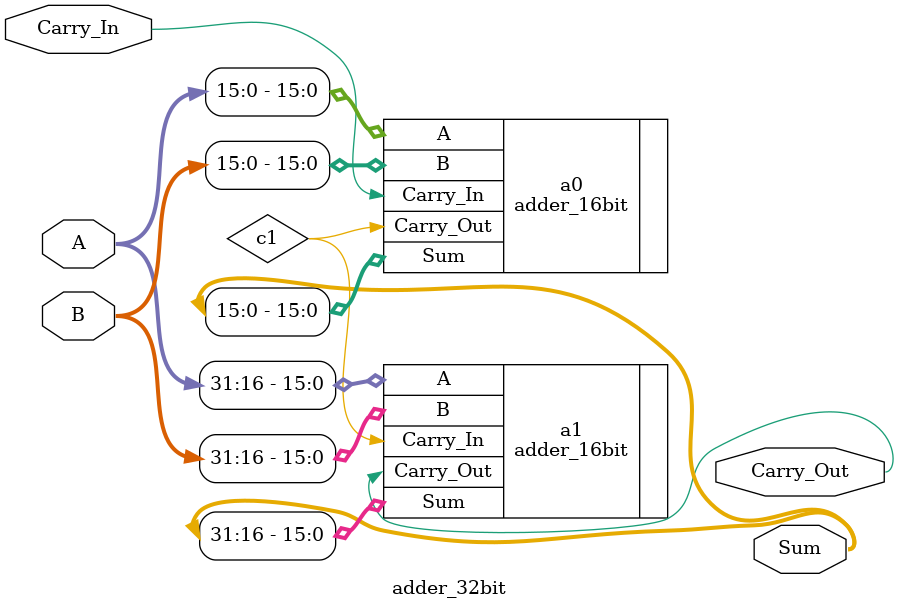
<source format=v>
`timescale 1ns / 1ps
module adder_32bit(
    input [31:0] A,
    input [31:0] B,
    input Carry_In,
    output [31:0] Sum,
    output Carry_Out
    );

wire c1;

adder_16bit a0(.Carry_Out(c1), .Sum(Sum[15:0]), .A(A[15:0]), .B(B[15:0]), .Carry_In(Carry_In));
adder_16bit a1(.Carry_Out(Carry_Out), .Sum(Sum[31:16]), .A(A[31:16]), .B(B[31:16]), .Carry_In(c1));

endmodule

</source>
